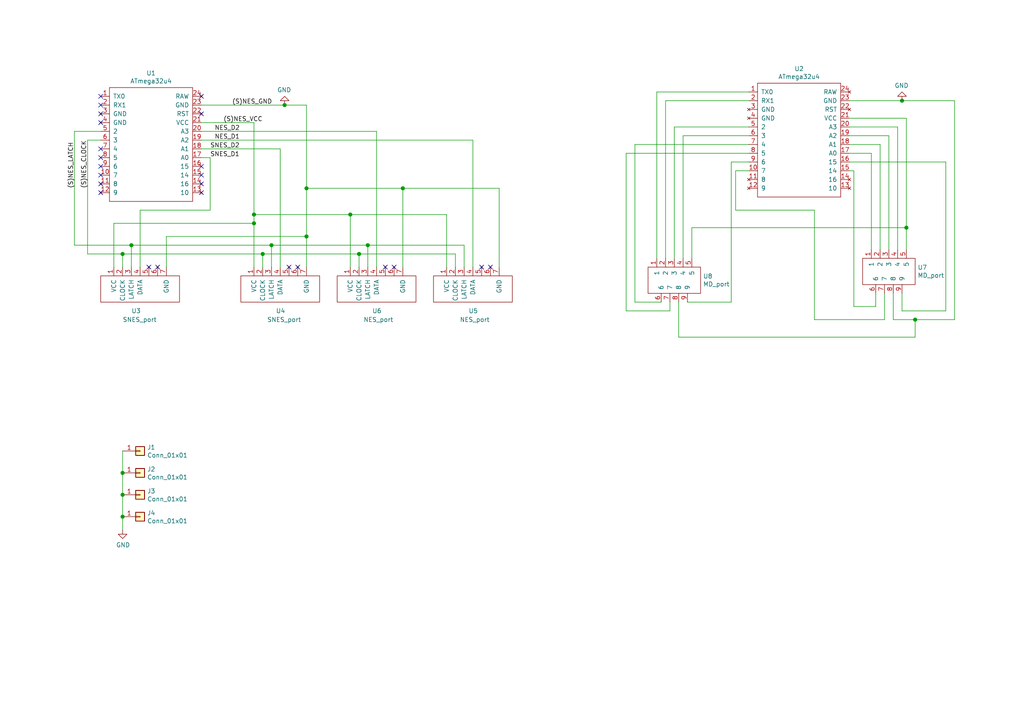
<source format=kicad_sch>
(kicad_sch (version 20210126) (generator eeschema)
  (paper "A4")
  (lib_symbols
    (symbol "Connector_Generic:Conn_01x01" (pin_names (offset 1.016) hide)
      (property "Reference" "J" (at 0 2.54 0))
      (property "Value" "Conn_01x01" (at 0 -2.54 0))
      (symbol "Conn_01x01_1_1"
        (rectangle (start -1.27 0.127) (end 0 -0.127) (stroke (width 0.1524)))
        (rectangle (start -1.27 1.27) (end 1.27 -1.27) (stroke (width 0.254)) (fill (type background)))
        (pin passive line (at -5.08 0 0) (length 3.81) (name "Pin_1") (number "1"))
      )
    )
    (symbol "daemonbite_controller_hub:(S)NES_port" (pin_names (offset 1.016))
      (property "Reference" "U" (at 0 12.7 0))
      (property "Value" "(S)NES_port" (at 0 -6.35 0))
      (symbol "(S)NES_port_0_1"
        (rectangle (start -11.43 3.81) (end 11.43 -3.81))
      )
      (symbol "(S)NES_port_1_1"
        (pin power_in line (at -7.62 6.35 270) (length 2.54) (name "VCC") (number "1"))
        (pin input line (at -5.08 6.35 270) (length 2.54) (name "CLOCK") (number "2"))
        (pin input line (at -2.54 6.35 270) (length 2.54) (name "LATCH") (number "3"))
        (pin output line (at 0 6.35 270) (length 2.54) (name "DATA") (number "4"))
        (pin no_connect line (at 2.54 6.35 270) (length 2.54) (name "~") (number "5"))
        (pin no_connect line (at 5.08 6.35 270) (length 2.54) (name "~") (number "6"))
        (pin power_in line (at 7.62 6.35 270) (length 2.54) (name "GND") (number "7"))
      )
    )
    (symbol "daemonbite_controller_hub:ATmega32u4" (pin_names (offset 1.016))
      (property "Reference" "U" (at 0 2.54 0))
      (property "Value" "ATmega32u4" (at 0 0 0))
      (symbol "ATmega32u4_0_1"
        (rectangle (start -12.7 8.89) (end 11.43 -24.13))
      )
      (symbol "ATmega32u4_1_1"
        (pin bidirectional line (at -15.24 6.35 0) (length 2.54) (name "TX0") (number "1"))
        (pin bidirectional line (at -15.24 -16.51 0) (length 2.54) (name "7") (number "10"))
        (pin no_connect line (at -15.24 -19.05 0) (length 2.54) (name "8") (number "11"))
        (pin no_connect line (at -15.24 -21.59 0) (length 2.54) (name "9") (number "12"))
        (pin no_connect line (at 13.97 -21.59 180) (length 2.54) (name "10") (number "13"))
        (pin no_connect line (at 13.97 -19.05 180) (length 2.54) (name "16") (number "14"))
        (pin bidirectional line (at 13.97 -16.51 180) (length 2.54) (name "14") (number "15"))
        (pin bidirectional line (at 13.97 -13.97 180) (length 2.54) (name "15") (number "16"))
        (pin bidirectional line (at 13.97 -11.43 180) (length 2.54) (name "A0") (number "17"))
        (pin bidirectional line (at 13.97 -8.89 180) (length 2.54) (name "A1") (number "18"))
        (pin bidirectional line (at 13.97 -6.35 180) (length 2.54) (name "A2") (number "19"))
        (pin bidirectional line (at -15.24 3.81 0) (length 2.54) (name "RX1") (number "2"))
        (pin bidirectional line (at 13.97 -3.81 180) (length 2.54) (name "A3") (number "20"))
        (pin power_out line (at 13.97 -1.27 180) (length 2.54) (name "VCC") (number "21"))
        (pin no_connect line (at 13.97 1.27 180) (length 2.54) (name "RST") (number "22"))
        (pin power_out line (at 13.97 3.81 180) (length 2.54) (name "GND") (number "23"))
        (pin no_connect line (at 13.97 6.35 180) (length 2.54) (name "RAW") (number "24"))
        (pin no_connect line (at -15.24 1.27 0) (length 2.54) (name "GND") (number "3"))
        (pin no_connect line (at -15.24 -1.27 0) (length 2.54) (name "GND") (number "4"))
        (pin bidirectional line (at -15.24 -3.81 0) (length 2.54) (name "2") (number "5"))
        (pin bidirectional line (at -15.24 -6.35 0) (length 2.54) (name "3") (number "6"))
        (pin bidirectional line (at -15.24 -8.89 0) (length 2.54) (name "4") (number "7"))
        (pin bidirectional line (at -15.24 -11.43 0) (length 2.54) (name "5") (number "8"))
        (pin bidirectional line (at -15.24 -13.97 0) (length 2.54) (name "6") (number "9"))
      )
    )
    (symbol "daemonbite_controller_hub:MD_port" (pin_names (offset 1.016))
      (property "Reference" "U" (at 0 16.51 0))
      (property "Value" "MD_port" (at 0 -13.97 0))
      (symbol "MD_port_0_1"
        (rectangle (start -7.62 3.81) (end 7.62 -3.81))
      )
      (symbol "MD_port_1_1"
        (pin input line (at -5.08 6.35 270) (length 2.54) (name "1") (number "1"))
        (pin input line (at -2.54 6.35 270) (length 2.54) (name "2") (number "2"))
        (pin input line (at 0 6.35 270) (length 2.54) (name "3") (number "3"))
        (pin input line (at 2.54 6.35 270) (length 2.54) (name "4") (number "4"))
        (pin power_in line (at 5.08 6.35 270) (length 2.54) (name "5") (number "5"))
        (pin input line (at -3.81 -6.35 90) (length 2.54) (name "6") (number "6"))
        (pin input line (at -1.27 -6.35 90) (length 2.54) (name "7") (number "7"))
        (pin power_in line (at 1.27 -6.35 90) (length 2.54) (name "8") (number "8"))
        (pin input line (at 3.81 -6.35 90) (length 2.54) (name "9") (number "9"))
      )
    )
    (symbol "power:GND" (power) (pin_names (offset 0))
      (property "Value" "GND" (at 0 -3.81 0))
      (symbol "GND_0_1"
        (polyline (pts (xy 0 0) (xy 0 -1.27) (xy 1.27 -1.27) (xy 0 -2.54) (xy -1.27 -1.27) (xy 0 -1.27)))
      )
      (symbol "GND_1_1"
        (pin power_in line (at 0 0 270) (length 0) hide (name "GND") (number "1"))
      )
    )
  )
  (junction (at 35.56 73.66) (diameter 1.016))
  (junction (at 35.56 137.16) (diameter 1.016))
  (junction (at 35.56 143.51) (diameter 1.016))
  (junction (at 35.56 149.86) (diameter 1.016))
  (junction (at 38.1 71.12) (diameter 1.016))
  (junction (at 73.66 62.23) (diameter 1.016))
  (junction (at 73.66 64.77) (diameter 1.016))
  (junction (at 76.2 73.66) (diameter 1.016))
  (junction (at 78.74 71.12) (diameter 1.016))
  (junction (at 82.55 30.48) (diameter 1.016))
  (junction (at 88.9 54.61) (diameter 1.016))
  (junction (at 88.9 68.58) (diameter 1.016))
  (junction (at 101.6 62.23) (diameter 1.016))
  (junction (at 104.14 73.66) (diameter 1.016))
  (junction (at 106.68 71.12) (diameter 1.016))
  (junction (at 116.84 54.61) (diameter 1.016))
  (junction (at 261.62 29.21) (diameter 1.016))
  (junction (at 262.89 66.04) (diameter 1.016))
  (junction (at 265.43 92.71) (diameter 1.016))
  (no_connect (at 29.21 27.94))
  (no_connect (at 29.21 30.48))
  (no_connect (at 29.21 33.02))
  (no_connect (at 29.21 35.56))
  (no_connect (at 29.21 43.18))
  (no_connect (at 29.21 45.72))
  (no_connect (at 29.21 48.26))
  (no_connect (at 29.21 50.8))
  (no_connect (at 29.21 53.34))
  (no_connect (at 29.21 55.88))
  (no_connect (at 43.18 77.47))
  (no_connect (at 45.72 77.47))
  (no_connect (at 58.42 27.94))
  (no_connect (at 58.42 33.02))
  (no_connect (at 58.42 48.26))
  (no_connect (at 58.42 50.8))
  (no_connect (at 58.42 53.34))
  (no_connect (at 58.42 55.88))
  (no_connect (at 83.82 77.47))
  (no_connect (at 86.36 77.47))
  (no_connect (at 111.76 77.47))
  (no_connect (at 114.3 77.47))
  (no_connect (at 139.7 77.47))
  (no_connect (at 142.24 77.47))
  (wire (pts (xy 21.59 38.1) (xy 21.59 71.12)))
  (wire (pts (xy 21.59 71.12) (xy 38.1 71.12)))
  (wire (pts (xy 25.4 40.64) (xy 25.4 73.66)))
  (wire (pts (xy 25.4 40.64) (xy 29.21 40.64)))
  (wire (pts (xy 25.4 73.66) (xy 35.56 73.66)))
  (wire (pts (xy 29.21 38.1) (xy 21.59 38.1)))
  (wire (pts (xy 33.02 64.77) (xy 73.66 64.77)))
  (wire (pts (xy 33.02 77.47) (xy 33.02 64.77)))
  (wire (pts (xy 35.56 73.66) (xy 35.56 77.47)))
  (wire (pts (xy 35.56 73.66) (xy 76.2 73.66)))
  (wire (pts (xy 35.56 130.81) (xy 35.56 137.16)))
  (wire (pts (xy 35.56 143.51) (xy 35.56 137.16)))
  (wire (pts (xy 35.56 149.86) (xy 35.56 143.51)))
  (wire (pts (xy 35.56 153.67) (xy 35.56 149.86)))
  (wire (pts (xy 38.1 71.12) (xy 38.1 77.47)))
  (wire (pts (xy 38.1 71.12) (xy 78.74 71.12)))
  (wire (pts (xy 40.64 60.96) (xy 60.96 60.96)))
  (wire (pts (xy 40.64 77.47) (xy 40.64 60.96)))
  (wire (pts (xy 48.26 68.58) (xy 88.9 68.58)))
  (wire (pts (xy 48.26 77.47) (xy 48.26 68.58)))
  (wire (pts (xy 58.42 35.56) (xy 73.66 35.56)))
  (wire (pts (xy 60.96 45.72) (xy 58.42 45.72)))
  (wire (pts (xy 60.96 60.96) (xy 60.96 45.72)))
  (wire (pts (xy 73.66 62.23) (xy 73.66 35.56)))
  (wire (pts (xy 73.66 64.77) (xy 73.66 62.23)))
  (wire (pts (xy 73.66 77.47) (xy 73.66 64.77)))
  (wire (pts (xy 76.2 73.66) (xy 104.14 73.66)))
  (wire (pts (xy 76.2 77.47) (xy 76.2 73.66)))
  (wire (pts (xy 78.74 71.12) (xy 106.68 71.12)))
  (wire (pts (xy 78.74 77.47) (xy 78.74 71.12)))
  (wire (pts (xy 81.28 43.18) (xy 58.42 43.18)))
  (wire (pts (xy 81.28 77.47) (xy 81.28 43.18)))
  (wire (pts (xy 82.55 30.48) (xy 58.42 30.48)))
  (wire (pts (xy 88.9 30.48) (xy 82.55 30.48)))
  (wire (pts (xy 88.9 54.61) (xy 88.9 30.48)))
  (wire (pts (xy 88.9 68.58) (xy 88.9 54.61)))
  (wire (pts (xy 88.9 77.47) (xy 88.9 68.58)))
  (wire (pts (xy 101.6 62.23) (xy 73.66 62.23)))
  (wire (pts (xy 101.6 77.47) (xy 101.6 62.23)))
  (wire (pts (xy 104.14 73.66) (xy 132.08 73.66)))
  (wire (pts (xy 104.14 77.47) (xy 104.14 73.66)))
  (wire (pts (xy 106.68 71.12) (xy 134.62 71.12)))
  (wire (pts (xy 106.68 77.47) (xy 106.68 71.12)))
  (wire (pts (xy 109.22 38.1) (xy 58.42 38.1)))
  (wire (pts (xy 109.22 38.1) (xy 109.22 77.47)))
  (wire (pts (xy 116.84 54.61) (xy 88.9 54.61)))
  (wire (pts (xy 116.84 77.47) (xy 116.84 54.61)))
  (wire (pts (xy 129.54 62.23) (xy 101.6 62.23)))
  (wire (pts (xy 129.54 77.47) (xy 129.54 62.23)))
  (wire (pts (xy 132.08 77.47) (xy 132.08 73.66)))
  (wire (pts (xy 134.62 77.47) (xy 134.62 71.12)))
  (wire (pts (xy 137.16 40.64) (xy 58.42 40.64)))
  (wire (pts (xy 137.16 77.47) (xy 137.16 40.64)))
  (wire (pts (xy 144.78 54.61) (xy 116.84 54.61)))
  (wire (pts (xy 144.78 77.47) (xy 144.78 54.61)))
  (wire (pts (xy 181.61 44.45) (xy 217.17 44.45)))
  (wire (pts (xy 181.61 90.17) (xy 181.61 44.45)))
  (wire (pts (xy 184.15 41.91) (xy 217.17 41.91)))
  (wire (pts (xy 184.15 87.63) (xy 184.15 41.91)))
  (wire (pts (xy 190.5 26.67) (xy 217.17 26.67)))
  (wire (pts (xy 190.5 74.93) (xy 190.5 26.67)))
  (wire (pts (xy 191.77 87.63) (xy 184.15 87.63)))
  (wire (pts (xy 193.04 29.21) (xy 217.17 29.21)))
  (wire (pts (xy 193.04 74.93) (xy 193.04 29.21)))
  (wire (pts (xy 194.31 87.63) (xy 194.31 90.17)))
  (wire (pts (xy 194.31 90.17) (xy 181.61 90.17)))
  (wire (pts (xy 195.58 36.83) (xy 217.17 36.83)))
  (wire (pts (xy 195.58 74.93) (xy 195.58 36.83)))
  (wire (pts (xy 196.85 87.63) (xy 196.85 97.79)))
  (wire (pts (xy 196.85 97.79) (xy 265.43 97.79)))
  (wire (pts (xy 198.12 39.37) (xy 217.17 39.37)))
  (wire (pts (xy 198.12 74.93) (xy 198.12 39.37)))
  (wire (pts (xy 199.39 87.63) (xy 212.09 87.63)))
  (wire (pts (xy 200.66 66.04) (xy 262.89 66.04)))
  (wire (pts (xy 200.66 74.93) (xy 200.66 66.04)))
  (wire (pts (xy 212.09 46.99) (xy 212.09 87.63)))
  (wire (pts (xy 212.09 46.99) (xy 217.17 46.99)))
  (wire (pts (xy 213.36 49.53) (xy 217.17 49.53)))
  (wire (pts (xy 213.36 60.96) (xy 213.36 49.53)))
  (wire (pts (xy 236.22 60.96) (xy 213.36 60.96)))
  (wire (pts (xy 236.22 92.71) (xy 236.22 60.96)))
  (wire (pts (xy 247.65 49.53) (xy 246.38 49.53)))
  (wire (pts (xy 247.65 49.53) (xy 247.65 88.9)))
  (wire (pts (xy 252.73 44.45) (xy 246.38 44.45)))
  (wire (pts (xy 252.73 72.39) (xy 252.73 44.45)))
  (wire (pts (xy 254 85.09) (xy 254 88.9)))
  (wire (pts (xy 254 88.9) (xy 247.65 88.9)))
  (wire (pts (xy 255.27 41.91) (xy 246.38 41.91)))
  (wire (pts (xy 255.27 72.39) (xy 255.27 41.91)))
  (wire (pts (xy 256.54 85.09) (xy 256.54 92.71)))
  (wire (pts (xy 256.54 92.71) (xy 236.22 92.71)))
  (wire (pts (xy 257.81 39.37) (xy 246.38 39.37)))
  (wire (pts (xy 257.81 72.39) (xy 257.81 39.37)))
  (wire (pts (xy 259.08 85.09) (xy 259.08 92.71)))
  (wire (pts (xy 259.08 92.71) (xy 265.43 92.71)))
  (wire (pts (xy 260.35 36.83) (xy 246.38 36.83)))
  (wire (pts (xy 260.35 72.39) (xy 260.35 36.83)))
  (wire (pts (xy 261.62 29.21) (xy 246.38 29.21)))
  (wire (pts (xy 261.62 85.09) (xy 261.62 90.17)))
  (wire (pts (xy 261.62 90.17) (xy 274.32 90.17)))
  (wire (pts (xy 262.89 34.29) (xy 246.38 34.29)))
  (wire (pts (xy 262.89 66.04) (xy 262.89 34.29)))
  (wire (pts (xy 262.89 72.39) (xy 262.89 66.04)))
  (wire (pts (xy 265.43 92.71) (xy 276.86 92.71)))
  (wire (pts (xy 265.43 97.79) (xy 265.43 92.71)))
  (wire (pts (xy 274.32 46.99) (xy 246.38 46.99)))
  (wire (pts (xy 274.32 90.17) (xy 274.32 46.99)))
  (wire (pts (xy 276.86 29.21) (xy 261.62 29.21)))
  (wire (pts (xy 276.86 92.71) (xy 276.86 29.21)))
  (label "(S)NES_LATCH" (at 21.59 54.61 90))
  (label "(S)NES_CLOCK" (at 25.4 54.61 90))
  (label "SNES_D2" (at 60.96 43.18 0))
  (label "SNES_D1" (at 60.96 45.72 0))
  (label "NES_D2" (at 62.23 38.1 0))
  (label "NES_D1" (at 62.23 40.64 0))
  (label "(S)NES_VCC" (at 64.77 35.56 0))
  (label "(S)NES_GND" (at 67.31 30.48 0))
  (symbol (lib_id "power:GND") (at 35.56 153.67 0) (unit 1)
    (property "Reference" "#PWR0103" (effects hide))
    (property "Value" "GND" (at 35.687 158.0642 0))
  )
  (symbol (lib_id "power:GND") (at 82.55 30.48 180) (unit 1)
    (property "Reference" "#PWR0101" (effects hide))
    (property "Value" "GND" (at 82.423 26.0858 0))
  )
  (symbol (lib_id "power:GND") (at 261.62 29.21 180) (unit 1)
    (property "Reference" "#PWR0102" (effects hide))
    (property "Value" "GND" (at 261.493 24.8158 0))
  )
  (symbol (lib_id "Connector_Generic:Conn_01x01") (at 40.64 130.81 0) (unit 1)
    (property "Reference" "J1" (at 42.672 129.7432 0) (effects (justify left)))
    (property "Value" "Conn_01x01" (at 42.672 132.0546 0) (effects (justify left)))
    (property "Footprint" "MountingHole:MountingHole_3.2mm_M3_Pad" (effects hide))
  )
  (symbol (lib_id "Connector_Generic:Conn_01x01") (at 40.64 137.16 0) (unit 1)
    (property "Reference" "J2" (at 42.672 136.0932 0) (effects (justify left)))
    (property "Value" "Conn_01x01" (at 42.672 138.4046 0) (effects (justify left)))
    (property "Footprint" "MountingHole:MountingHole_3.2mm_M3_Pad" (effects hide))
  )
  (symbol (lib_id "Connector_Generic:Conn_01x01") (at 40.64 143.51 0) (unit 1)
    (property "Reference" "J3" (at 42.672 142.4432 0) (effects (justify left)))
    (property "Value" "Conn_01x01" (at 42.672 144.7546 0) (effects (justify left)))
    (property "Footprint" "MountingHole:MountingHole_3.2mm_M3_Pad" (effects hide))
  )
  (symbol (lib_id "Connector_Generic:Conn_01x01") (at 40.64 149.86 0) (unit 1)
    (property "Reference" "J4" (at 42.672 148.7932 0) (effects (justify left)))
    (property "Value" "Conn_01x01" (at 42.672 151.1046 0) (effects (justify left)))
    (property "Footprint" "MountingHole:MountingHole_3.2mm_M3_Pad" (effects hide))
  )
  (symbol (lib_id "daemonbite_controller_hub:MD_port") (at 195.58 81.28 0) (unit 1)
    (property "Reference" "U8" (at 203.9112 80.1116 0) (effects (justify left)))
    (property "Value" "MD_port" (at 203.9112 82.423 0) (effects (justify left)))
    (property "Footprint" "daemonbite_controller_hub:DSUB-9_Male_Horizontal_P2.77x2.84mm_EdgePinOffset7.70mm_Housed_MountingHolesOffset9.12mm" (effects hide))
  )
  (symbol (lib_id "daemonbite_controller_hub:MD_port") (at 257.81 78.74 0) (unit 1)
    (property "Reference" "U7" (at 266.1412 77.5716 0) (effects (justify left)))
    (property "Value" "MD_port" (at 266.1412 79.883 0) (effects (justify left)))
    (property "Footprint" "daemonbite_controller_hub:DSUB-9_Male_Horizontal_P2.77x2.84mm_EdgePinOffset7.70mm_Housed_MountingHolesOffset9.12mm" (effects hide))
  )
  (symbol (lib_id "daemonbite_controller_hub:(S)NES_port") (at 40.64 83.82 0) (unit 1)
    (property "Reference" "U3" (at 38.1 90.17 0) (effects (justify left)))
    (property "Value" "SNES_port" (at 35.56 92.71 0) (effects (justify left)))
    (property "Footprint" "daemonbite_controller_hub:SNES_port" (effects hide))
  )
  (symbol (lib_id "daemonbite_controller_hub:(S)NES_port") (at 81.28 83.82 0) (unit 1)
    (property "Reference" "U4" (at 80.01 90.17 0) (effects (justify left)))
    (property "Value" "SNES_port" (at 77.47 92.71 0) (effects (justify left)))
    (property "Footprint" "daemonbite_controller_hub:SNES_port" (effects hide))
  )
  (symbol (lib_id "daemonbite_controller_hub:(S)NES_port") (at 109.22 83.82 0) (unit 1)
    (property "Reference" "U6" (at 107.95 90.17 0) (effects (justify left)))
    (property "Value" "NES_port" (at 105.41 92.71 0) (effects (justify left)))
    (property "Footprint" "daemonbite_controller_hub:NES_port" (effects hide))
  )
  (symbol (lib_id "daemonbite_controller_hub:(S)NES_port") (at 137.16 83.82 0) (unit 1)
    (property "Reference" "U5" (at 135.89 90.17 0) (effects (justify left)))
    (property "Value" "NES_port" (at 133.35 92.71 0) (effects (justify left)))
    (property "Footprint" "daemonbite_controller_hub:NES_port" (effects hide))
  )
  (symbol (lib_id "daemonbite_controller_hub:ATmega32u4") (at 44.45 34.29 0) (unit 1)
    (property "Reference" "U1" (at 43.815 21.209 0))
    (property "Value" "ATmega32u4" (at 43.815 23.5204 0))
    (property "Footprint" "daemonbite_controller_hub:ATmega32U4" (effects hide))
  )
  (symbol (lib_id "daemonbite_controller_hub:ATmega32u4") (at 232.41 33.02 0) (unit 1)
    (property "Reference" "U2" (at 231.775 19.939 0))
    (property "Value" "ATmega32u4" (at 231.775 22.2504 0))
    (property "Footprint" "daemonbite_controller_hub:ATmega32U4" (effects hide))
  )
)
</source>
